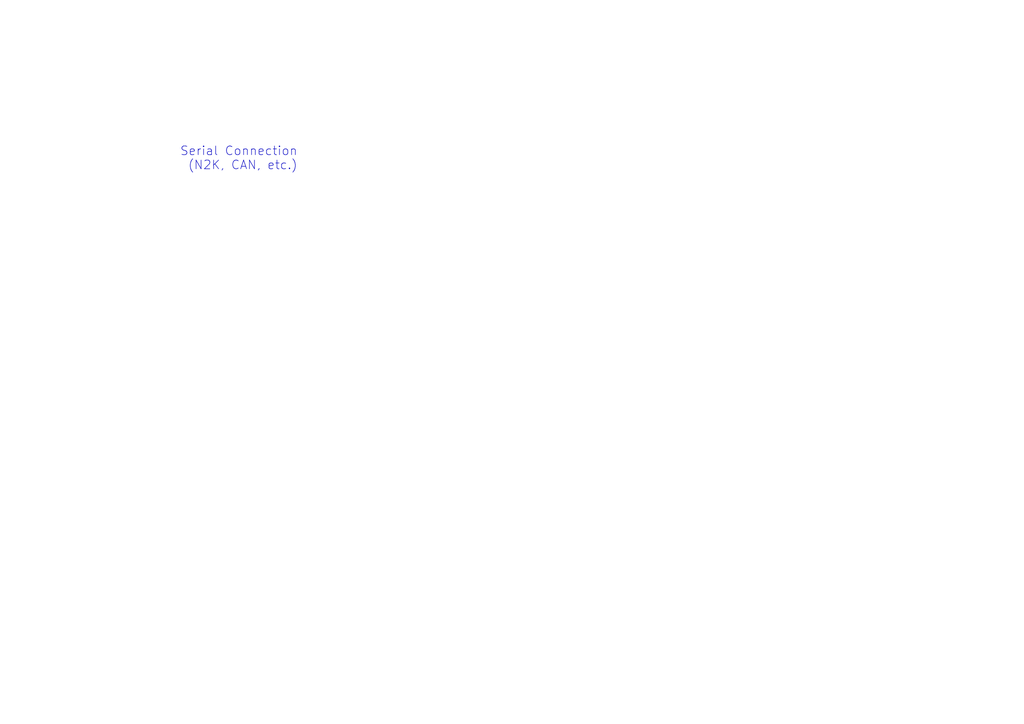
<source format=kicad_sch>
(kicad_sch
	(version 20231120)
	(generator "eeschema")
	(generator_version "8.0")
	(uuid "e09b5ae9-4b5e-4f4f-a607-3806efc7d2d7")
	(paper "A4")
	(title_block
		(title "Yarrboard 8ch Mosfet Driver")
		(rev "C1")
		(company "https://github.com/hoeken/yarrboard")
	)
	(lib_symbols)
	(text "Serial Connection\n(N2K, CAN, etc.)"
		(exclude_from_sim no)
		(at 86.36 49.53 0)
		(effects
			(font
				(size 2.54 2.54)
			)
			(justify right bottom)
		)
		(uuid "12239ab1-88bf-4eb6-a8c9-fe0fa00a1310")
	)
)

</source>
